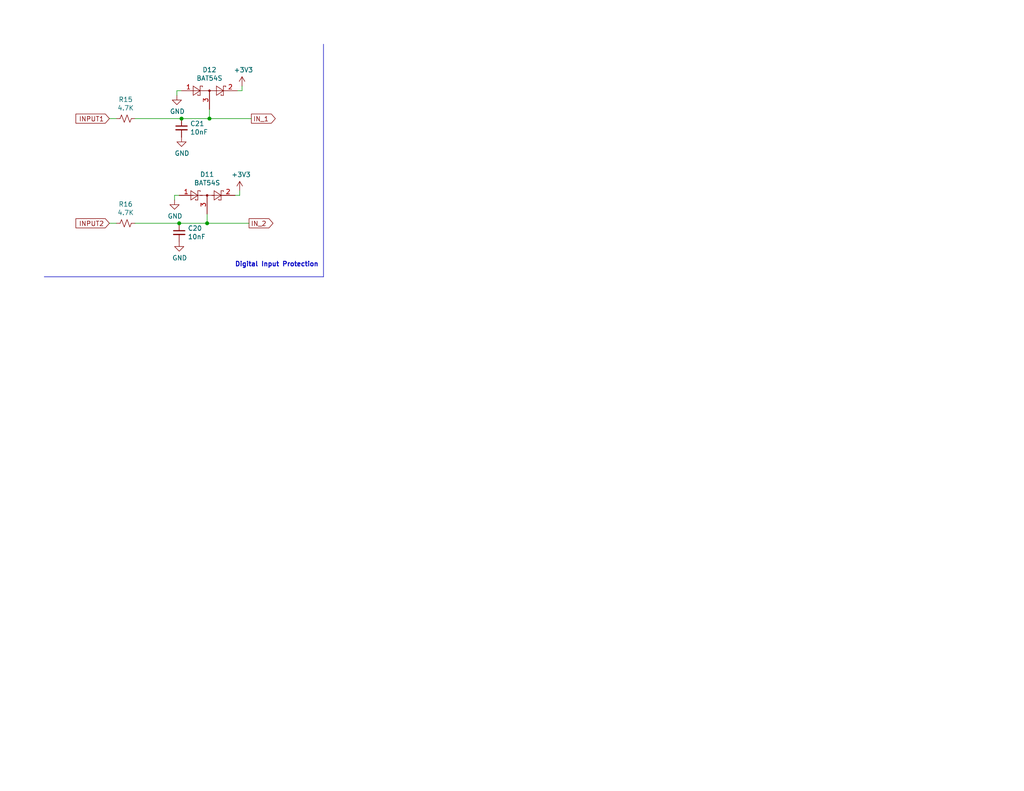
<source format=kicad_sch>
(kicad_sch (version 20231120) (generator "eeschema") (generator_version "8.0")
  (paper "USLetter")
  (title_block (title "dingoPDM-Max") (date "2024-07-06") (rev "v0.1") (comment 3 "github.com/corygrant") (comment 4 "Cory Grant"))
  (lib_symbols
    (symbol "Device:C_Small" (pin_numbers hide) (pin_names (offset 0.254) hide)
      (property "Reference" "C" (at 0.254 1.778 0))
      (property "Value" "C_Small" (at 0.254 -2.032 0))
      (symbol "C_Small_0_1"
        (polyline (pts (xy -1.524 -0.508) (xy 1.524 -0.508)) (stroke (width 0.3302)))
        (polyline (pts (xy -1.524 0.508) (xy 1.524 0.508)) (stroke (width 0.3048)))
      )
      (symbol "C_Small_1_1"
        (pin passive line (at 0 2.54 270) (length 2.032) (name "~") (number "1"))
        (pin passive line (at 0 -2.54 90) (length 2.032) (name "~") (number "2"))
      )
    )
    (symbol "Device:R_Small_US" (pin_numbers hide) (pin_names (offset 0.254) hide)
      (property "Reference" "R" (at 0.762 0.508 0))
      (property "Value" "R_Small_US" (at 0.762 -1.016 0))
      (symbol "R_Small_US_1_1"
        (polyline (pts (xy 0 0) (xy 1.016 -0.381) (xy 0 -0.762) (xy -1.016 -1.143) (xy 0 -1.524)))
        (polyline (pts (xy 0 1.524) (xy 1.016 1.143) (xy 0 0.762) (xy -1.016 0.381) (xy 0 0)))
        (pin passive line (at 0 2.54 270) (length 1.016) (name "~") (number "1"))
        (pin passive line (at 0 -2.54 90) (length 1.016) (name "~") (number "2"))
      )
    )
    (symbol "Diode:BAT54S" (pin_names (offset 1.016))
      (property "Reference" "D" (at 0.635 -3.81 0))
      (property "Value" "BAT54S" (at -6.35 3.175 0))
      (symbol "BAT54S_0_1"
        (polyline (pts (xy -3.81 0) (xy -1.27 0)))
        (polyline (pts (xy -3.175 -1.27) (xy -3.175 -1.016)))
        (polyline (pts (xy -2.54 -1.27) (xy -3.175 -1.27)))
        (polyline (pts (xy -2.54 -1.27) (xy -2.54 1.27)))
        (polyline (pts (xy -2.54 1.27) (xy -1.905 1.27)))
        (polyline (pts (xy -1.905 0) (xy 1.905 0)))
        (polyline (pts (xy -1.905 1.27) (xy -1.905 1.016)))
        (polyline (pts (xy 1.27 0) (xy 3.81 0)))
        (polyline (pts (xy 3.175 -1.27) (xy 3.175 -1.016)))
        (polyline (pts (xy 3.81 -1.27) (xy 3.175 -1.27)))
        (polyline (pts (xy 3.81 -1.27) (xy 3.81 1.27)))
        (polyline (pts (xy 3.81 1.27) (xy 4.445 1.27)))
        (polyline (pts (xy 4.445 1.27) (xy 4.445 1.016)))
        (polyline (pts (xy -4.445 1.27) (xy -4.445 -1.27) (xy -2.54 0) (xy -4.445 1.27)))
        (polyline (pts (xy 1.905 1.27) (xy 1.905 -1.27) (xy 3.81 0) (xy 1.905 1.27)))
        (circle (center 0 0) (radius 0.254) (fill (type outline)))
      )
      (symbol "BAT54S_1_1"
        (pin passive line (at -7.62 0 0) (length 3.81) (name "~") (number "1"))
        (pin passive line (at 7.62 0 180) (length 3.81) (name "~") (number "2"))
        (pin passive line (at 0 -5.08 90) (length 5.08) (name "~") (number "3"))
      )
    )
    (symbol "power:+3V3" (power) (pin_names (offset 0))
      (property "Value" "+3V3" (at 0 3.556 0))
      (symbol "+3V3_0_1"
        (polyline (pts (xy -0.762 1.27) (xy 0 2.54)))
        (polyline (pts (xy 0 0) (xy 0 2.54)))
        (polyline (pts (xy 0 2.54) (xy 0.762 1.27)))
      )
      (symbol "+3V3_1_1"
        (pin power_in line (at 0 0 90) (length 0) hide (name "+3V3") (number "1"))
      )
    )
    (symbol "power:GND" (power) (pin_names (offset 0))
      (property "Value" "GND" (at 0 -3.81 0))
      (symbol "GND_0_1"
        (polyline (pts (xy 0 0) (xy 0 -1.27) (xy 1.27 -1.27) (xy 0 -2.54) (xy -1.27 -1.27) (xy 0 -1.27)))
      )
      (symbol "GND_1_1"
        (pin power_in line (at 0 0 270) (length 0) hide (name "GND") (number "1"))
      )
    )
  )
  (junction (at 48.895 60.96))
  (junction (at 49.53 32.385))
  (junction (at 57.15 32.385))
  (junction (at 56.515 60.96))
  (wire (pts (xy 56.515 58.42) (xy 56.515 60.96)))
  (wire (pts (xy 48.895 60.96) (xy 56.515 60.96)))
  (wire (pts (xy 57.15 29.845) (xy 57.15 32.385)))
  (wire (pts (xy 65.405 52.07) (xy 65.405 53.34)))
  (wire (pts (xy 68.58 32.385) (xy 57.15 32.385)))
  (wire (pts (xy 47.625 53.34) (xy 47.625 54.61)))
  (wire (pts (xy 66.04 23.495) (xy 66.04 24.765)))
  (polyline (pts (xy 88.265 12.065) (xy 88.265 75.565)))
  (wire (pts (xy 48.26 24.765) (xy 48.26 26.035)))
  (wire (pts (xy 49.53 32.385) (xy 57.15 32.385)))
  (wire (pts (xy 67.945 60.96) (xy 56.515 60.96)))
  (wire (pts (xy 66.04 24.765) (xy 64.77 24.765)))
  (wire (pts (xy 48.895 53.34) (xy 47.625 53.34)))
  (polyline (pts (xy 88.265 75.565) (xy 12.065 75.565)))
  (wire (pts (xy 36.83 60.96) (xy 48.895 60.96)))
  (wire (pts (xy 29.845 32.385) (xy 31.75 32.385)))
  (wire (pts (xy 29.845 60.96) (xy 31.75 60.96)))
  (wire (pts (xy 36.83 32.385) (xy 49.53 32.385)))
  (wire (pts (xy 65.405 53.34) (xy 64.135 53.34)))
  (wire (pts (xy 49.53 24.765) (xy 48.26 24.765)))
  (text "Digital Input Protection" (at 86.995 73.025 0) (effects (font (size 1.27 1.27) (thickness 0.254) (bold yes)) (justify right bottom)))
  (global_label "INPUT1" (shape input) (at 29.845 32.385 180) (property "Intersheetrefs" "${INTERSHEET_REFS}" (effects (hide yes))))
  (global_label "IN_2" (shape output) (at 67.945 60.96 0) (property "Intersheetrefs" "${INTERSHEET_REFS}" (effects (hide yes))))
  (global_label "IN_1" (shape output) (at 68.58 32.385 0) (property "Intersheetrefs" "${INTERSHEET_REFS}" (effects (hide yes))))
  (global_label "INPUT2" (shape input) (at 29.845 60.96 180) (property "Intersheetrefs" "${INTERSHEET_REFS}" (effects (hide yes))))
  (symbol (lib_id "Diode:BAT54S") (at 56.515 53.34 0) (unit 1)
    (property "Reference" "D11" (at 56.515 47.625 0))
    (property "Value" "BAT54S" (at 56.515 49.9364 0))
    (property "Footprint" "Package_TO_SOT_SMD:SOT-23" (effects (hide yes)))
    (property "Digi-Key_PN" "BAT54SLT1GOSCT-ND" (effects (hide yes)))
    (property "LCSC" "C47546" (effects (hide yes)))
  )
  (symbol (lib_id "power:GND") (at 47.625 54.61 0) (unit 1)
    (property "Reference" "#PWR054" (effects (hide yes)))
    (property "Value" "GND" (at 47.752 59.0042 0))
  )
  (symbol (lib_id "power:+3V3") (at 65.405 52.07 0) (unit 1)
    (property "Reference" "#PWR058" (effects (hide yes)))
    (property "Value" "+3V3" (at 65.786 47.6758 0))
  )
  (symbol (lib_id "Device:C_Small") (at 48.895 63.5 0) (unit 1)
    (property "Reference" "C20" (at 51.2318 62.3316 0) (effects (justify left)))
    (property "Value" "10nF" (at 51.2318 64.643 0) (effects (justify left)))
    (property "Footprint" "Capacitor_SMD:C_0805_2012Metric" (effects (hide yes)))
    (property "Digi-Key_PN" "311-1136-1-ND" (effects (hide yes)))
    (property "LCSC" "C1710" (effects (hide yes)))
  )
  (symbol (lib_id "power:GND") (at 48.895 66.04 0) (unit 1)
    (property "Reference" "#PWR056" (effects (hide yes)))
    (property "Value" "GND" (at 49.022 70.4342 0))
  )
  (symbol (lib_id "Diode:BAT54S") (at 57.15 24.765 0) (unit 1)
    (property "Reference" "D12" (at 57.15 19.05 0))
    (property "Value" "BAT54S" (at 57.15 21.3614 0))
    (property "Footprint" "Package_TO_SOT_SMD:SOT-23" (effects (hide yes)))
    (property "Digi-Key_PN" "BAT54SLT1GOSCT-ND" (effects (hide yes)))
    (property "LCSC" "C47546" (effects (hide yes)))
  )
  (symbol (lib_id "Device:R_Small_US") (at 34.29 32.385 270) (unit 1)
    (property "Reference" "R15" (at 34.29 27.178 90))
    (property "Value" "4.7K" (at 34.29 29.4894 90))
    (property "Footprint" "Resistor_SMD:R_0805_2012Metric" (effects (hide yes)))
    (property "Digi-Key_PN" "311-4.70KCRCT-ND" (effects (hide yes)))
    (property "LCSC" "C17673" (effects (hide yes)))
  )
  (symbol (lib_id "power:GND") (at 48.26 26.035 0) (unit 1)
    (property "Reference" "#PWR055" (effects (hide yes)))
    (property "Value" "GND" (at 48.387 30.4292 0))
  )
  (symbol (lib_id "power:+3V3") (at 66.04 23.495 0) (unit 1)
    (property "Reference" "#PWR059" (effects (hide yes)))
    (property "Value" "+3V3" (at 66.421 19.1008 0))
  )
  (symbol (lib_id "Device:C_Small") (at 49.53 34.925 0) (unit 1)
    (property "Reference" "C21" (at 51.8668 33.7566 0) (effects (justify left)))
    (property "Value" "10nF" (at 51.8668 36.068 0) (effects (justify left)))
    (property "Footprint" "Capacitor_SMD:C_0805_2012Metric" (effects (hide yes)))
    (property "Digi-Key_PN" "311-1136-1-ND" (effects (hide yes)))
    (property "LCSC" "C1710" (effects (hide yes)))
  )
  (symbol (lib_id "power:GND") (at 49.53 37.465 0) (unit 1)
    (property "Reference" "#PWR057" (effects (hide yes)))
    (property "Value" "GND" (at 49.657 41.8592 0))
  )
  (symbol (lib_id "Device:R_Small_US") (at 34.29 60.96 270) (unit 1)
    (property "Reference" "R16" (at 34.29 55.753 90))
    (property "Value" "4.7K" (at 34.29 58.0644 90))
    (property "Footprint" "Resistor_SMD:R_0805_2012Metric" (effects (hide yes)))
    (property "Digi-Key_PN" "311-4.70KCRCT-ND" (effects (hide yes)))
    (property "LCSC" "C17673" (effects (hide yes)))
  )
)
</source>
